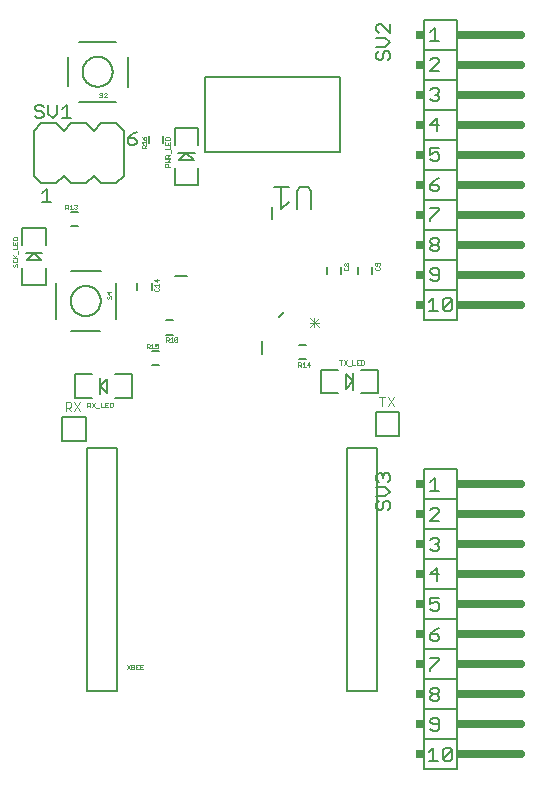
<source format=gto>
G75*
%MOIN*%
%OFA0B0*%
%FSLAX25Y25*%
%IPPOS*%
%LPD*%
%AMOC8*
5,1,8,0,0,1.08239X$1,22.5*
%
%ADD10C,0.00600*%
%ADD11C,0.00100*%
%ADD12C,0.00800*%
%ADD13C,0.00500*%
%ADD14C,0.00300*%
%ADD15C,0.02600*%
%ADD16R,0.03000X0.02600*%
%ADD17R,0.02600X0.02600*%
D10*
X0415184Y0186295D02*
X0417546Y0186295D01*
X0417546Y0191020D02*
X0415184Y0191020D01*
X0415440Y0200469D02*
X0412940Y0202969D01*
X0410440Y0200469D01*
X0405440Y0200469D01*
X0402940Y0202969D01*
X0402940Y0217969D01*
X0405440Y0220469D01*
X0410440Y0220469D01*
X0412940Y0217969D01*
X0415440Y0220469D01*
X0420440Y0220469D01*
X0422940Y0217969D01*
X0425440Y0220469D01*
X0430440Y0220469D01*
X0432940Y0217969D01*
X0432940Y0202969D01*
X0430440Y0200469D01*
X0425440Y0200469D01*
X0422940Y0202969D01*
X0420440Y0200469D01*
X0415440Y0200469D01*
X0441365Y0213933D02*
X0441365Y0216295D01*
X0446089Y0216295D02*
X0446089Y0213933D01*
X0482178Y0192624D02*
X0482178Y0188624D01*
X0500617Y0172594D02*
X0500617Y0170232D01*
X0505341Y0170232D02*
X0505341Y0172594D01*
X0511050Y0172673D02*
X0511050Y0170311D01*
X0515774Y0170311D02*
X0515774Y0172673D01*
X0532877Y0175075D02*
X0532877Y0165075D01*
X0543877Y0165075D01*
X0543877Y0155075D01*
X0532877Y0155075D01*
X0532877Y0165075D01*
X0543877Y0165075D02*
X0543877Y0175075D01*
X0543877Y0185075D01*
X0543877Y0195075D01*
X0543877Y0205075D01*
X0543877Y0215075D01*
X0543877Y0225075D01*
X0543877Y0235075D01*
X0543877Y0245075D01*
X0543877Y0255075D01*
X0532877Y0255075D01*
X0532877Y0245075D01*
X0532877Y0235075D01*
X0543877Y0235075D01*
X0532877Y0235075D02*
X0532877Y0225075D01*
X0543877Y0225075D01*
X0532877Y0225075D02*
X0532877Y0215075D01*
X0543877Y0215075D01*
X0532877Y0215075D02*
X0532877Y0205075D01*
X0543877Y0205075D01*
X0532877Y0205075D02*
X0532877Y0195075D01*
X0532877Y0185075D01*
X0543877Y0185075D01*
X0532877Y0185075D02*
X0532877Y0175075D01*
X0543877Y0175075D01*
X0543877Y0195075D02*
X0532877Y0195075D01*
X0486378Y0157724D02*
X0484778Y0156124D01*
X0478978Y0147824D02*
X0478978Y0143724D01*
X0491207Y0141807D02*
X0493570Y0141807D01*
X0493570Y0146531D02*
X0491207Y0146531D01*
X0449396Y0150075D02*
X0447034Y0150075D01*
X0447034Y0154799D02*
X0449396Y0154799D01*
X0442152Y0164799D02*
X0442152Y0167161D01*
X0437428Y0167161D02*
X0437428Y0164799D01*
X0449878Y0169724D02*
X0453878Y0169724D01*
X0444633Y0144563D02*
X0442270Y0144563D01*
X0442270Y0139839D02*
X0444633Y0139839D01*
X0532877Y0105193D02*
X0543877Y0105193D01*
X0543877Y0095193D01*
X0543877Y0085193D01*
X0532877Y0085193D01*
X0532877Y0095193D01*
X0532877Y0105193D01*
X0532877Y0095193D02*
X0543877Y0095193D01*
X0543877Y0085193D02*
X0543877Y0075193D01*
X0543877Y0065193D01*
X0543877Y0055193D01*
X0532877Y0055193D01*
X0532877Y0065193D01*
X0532877Y0075193D01*
X0532877Y0085193D01*
X0532877Y0075193D02*
X0543877Y0075193D01*
X0543877Y0065193D02*
X0532877Y0065193D01*
X0532877Y0055193D02*
X0532877Y0045193D01*
X0532877Y0035193D01*
X0543877Y0035193D01*
X0543877Y0045193D01*
X0543877Y0055193D01*
X0543877Y0045193D02*
X0532877Y0045193D01*
X0532877Y0035193D02*
X0532877Y0025193D01*
X0543877Y0025193D01*
X0543877Y0035193D01*
X0543877Y0025193D02*
X0543877Y0015193D01*
X0543877Y0005193D01*
X0532877Y0005193D01*
X0532877Y0015193D01*
X0532877Y0025193D01*
X0532877Y0015193D02*
X0543877Y0015193D01*
X0543877Y0245075D02*
X0532877Y0245075D01*
D11*
X0396217Y0172688D02*
X0395967Y0172938D01*
X0395967Y0173438D01*
X0396217Y0173689D01*
X0396217Y0174161D02*
X0397218Y0174161D01*
X0397468Y0174411D01*
X0397468Y0174912D01*
X0397218Y0175162D01*
X0396968Y0175634D02*
X0395967Y0176635D01*
X0395967Y0175634D02*
X0397468Y0175634D01*
X0396718Y0175885D02*
X0397468Y0176635D01*
X0397719Y0177108D02*
X0397719Y0178108D01*
X0397468Y0178581D02*
X0397468Y0179582D01*
X0397468Y0180054D02*
X0397468Y0181055D01*
X0397468Y0181527D02*
X0397468Y0182278D01*
X0397218Y0182528D01*
X0396217Y0182528D01*
X0395967Y0182278D01*
X0395967Y0181527D01*
X0397468Y0181527D01*
X0396718Y0180554D02*
X0396718Y0180054D01*
X0397468Y0180054D02*
X0395967Y0180054D01*
X0395967Y0181055D01*
X0395967Y0178581D02*
X0397468Y0178581D01*
X0396217Y0175162D02*
X0395967Y0174912D01*
X0395967Y0174411D01*
X0396217Y0174161D01*
X0396718Y0173438D02*
X0396968Y0173689D01*
X0397218Y0173689D01*
X0397468Y0173438D01*
X0397468Y0172938D01*
X0397218Y0172688D01*
X0396718Y0172938D02*
X0396718Y0173438D01*
X0396718Y0172938D02*
X0396468Y0172688D01*
X0396217Y0172688D01*
X0427272Y0164162D02*
X0428022Y0163411D01*
X0428022Y0164412D01*
X0427272Y0164162D02*
X0428773Y0164162D01*
X0428523Y0162939D02*
X0428773Y0162689D01*
X0428773Y0162188D01*
X0428523Y0161938D01*
X0428022Y0162188D02*
X0427772Y0161938D01*
X0427522Y0161938D01*
X0427272Y0162188D01*
X0427272Y0162689D01*
X0427522Y0162939D01*
X0428022Y0162689D02*
X0428273Y0162939D01*
X0428523Y0162939D01*
X0428022Y0162689D02*
X0428022Y0162188D01*
X0443089Y0164861D02*
X0443339Y0164611D01*
X0444340Y0164611D01*
X0444590Y0164861D01*
X0444590Y0165361D01*
X0444340Y0165611D01*
X0444590Y0166084D02*
X0444590Y0167085D01*
X0444590Y0166584D02*
X0443089Y0166584D01*
X0443589Y0166084D01*
X0443339Y0165611D02*
X0443089Y0165361D01*
X0443089Y0164861D01*
X0443839Y0167557D02*
X0443839Y0168558D01*
X0443089Y0168308D02*
X0444590Y0168308D01*
X0443839Y0167557D02*
X0443089Y0168308D01*
X0446845Y0149138D02*
X0447596Y0149138D01*
X0447846Y0148888D01*
X0447846Y0148388D01*
X0447596Y0148137D01*
X0446845Y0148137D01*
X0446845Y0147637D02*
X0446845Y0149138D01*
X0447346Y0148137D02*
X0447846Y0147637D01*
X0448319Y0147637D02*
X0449320Y0147637D01*
X0448819Y0147637D02*
X0448819Y0149138D01*
X0448319Y0148638D01*
X0449792Y0148888D02*
X0450042Y0149138D01*
X0450543Y0149138D01*
X0450793Y0148888D01*
X0449792Y0147887D01*
X0450042Y0147637D01*
X0450543Y0147637D01*
X0450793Y0147887D01*
X0450793Y0148888D01*
X0449792Y0148888D02*
X0449792Y0147887D01*
X0444449Y0147002D02*
X0443448Y0147002D01*
X0443448Y0146251D01*
X0443948Y0146502D01*
X0444199Y0146502D01*
X0444449Y0146251D01*
X0444449Y0145751D01*
X0444199Y0145501D01*
X0443698Y0145501D01*
X0443448Y0145751D01*
X0442976Y0145501D02*
X0441975Y0145501D01*
X0441502Y0145501D02*
X0441002Y0146001D01*
X0441252Y0146001D02*
X0440501Y0146001D01*
X0440501Y0145501D02*
X0440501Y0147002D01*
X0441252Y0147002D01*
X0441502Y0146752D01*
X0441502Y0146251D01*
X0441252Y0146001D01*
X0441975Y0146502D02*
X0442475Y0147002D01*
X0442475Y0145501D01*
X0428917Y0127439D02*
X0428166Y0127439D01*
X0428166Y0125938D01*
X0428917Y0125938D01*
X0429167Y0126188D01*
X0429167Y0127189D01*
X0428917Y0127439D01*
X0427694Y0127439D02*
X0426693Y0127439D01*
X0426693Y0125938D01*
X0427694Y0125938D01*
X0427193Y0126689D02*
X0426693Y0126689D01*
X0426220Y0125938D02*
X0425219Y0125938D01*
X0425219Y0127439D01*
X0424747Y0125688D02*
X0423746Y0125688D01*
X0423274Y0125938D02*
X0422273Y0127439D01*
X0421801Y0127189D02*
X0421550Y0127439D01*
X0420800Y0127439D01*
X0420800Y0125938D01*
X0420800Y0126439D02*
X0421550Y0126439D01*
X0421801Y0126689D01*
X0421801Y0127189D01*
X0421300Y0126439D02*
X0421801Y0125938D01*
X0422273Y0125938D02*
X0423274Y0127439D01*
X0491019Y0139369D02*
X0491019Y0140871D01*
X0491769Y0140871D01*
X0492020Y0140620D01*
X0492020Y0140120D01*
X0491769Y0139870D01*
X0491019Y0139870D01*
X0491519Y0139870D02*
X0492020Y0139369D01*
X0492492Y0139369D02*
X0493493Y0139369D01*
X0492992Y0139369D02*
X0492992Y0140871D01*
X0492492Y0140370D01*
X0493965Y0140120D02*
X0494966Y0140120D01*
X0494716Y0140871D02*
X0493965Y0140120D01*
X0494716Y0139369D02*
X0494716Y0140871D01*
X0504686Y0141536D02*
X0505687Y0141536D01*
X0506160Y0141536D02*
X0507161Y0140034D01*
X0507633Y0139784D02*
X0508634Y0139784D01*
X0509106Y0140034D02*
X0510107Y0140034D01*
X0510579Y0140034D02*
X0511580Y0140034D01*
X0512053Y0140034D02*
X0512803Y0140034D01*
X0513054Y0140284D01*
X0513054Y0141285D01*
X0512803Y0141536D01*
X0512053Y0141536D01*
X0512053Y0140034D01*
X0511080Y0140785D02*
X0510579Y0140785D01*
X0510579Y0141536D02*
X0510579Y0140034D01*
X0509106Y0140034D02*
X0509106Y0141536D01*
X0510579Y0141536D02*
X0511580Y0141536D01*
X0507161Y0141536D02*
X0506160Y0140034D01*
X0505187Y0140034D02*
X0505187Y0141536D01*
X0506528Y0171517D02*
X0507529Y0171517D01*
X0507779Y0171767D01*
X0507779Y0172268D01*
X0507529Y0172518D01*
X0507529Y0172990D02*
X0507279Y0172990D01*
X0507028Y0173240D01*
X0507028Y0173741D01*
X0507279Y0173991D01*
X0507529Y0173991D01*
X0507779Y0173741D01*
X0507779Y0173240D01*
X0507529Y0172990D01*
X0507028Y0173240D02*
X0506778Y0172990D01*
X0506528Y0172990D01*
X0506278Y0173240D01*
X0506278Y0173741D01*
X0506528Y0173991D01*
X0506778Y0173991D01*
X0507028Y0173741D01*
X0506528Y0172518D02*
X0506278Y0172268D01*
X0506278Y0171767D01*
X0506528Y0171517D01*
X0516711Y0171846D02*
X0516961Y0171596D01*
X0517962Y0171596D01*
X0518212Y0171846D01*
X0518212Y0172346D01*
X0517962Y0172596D01*
X0517962Y0173069D02*
X0518212Y0173319D01*
X0518212Y0173820D01*
X0517962Y0174070D01*
X0516961Y0174070D01*
X0516711Y0173820D01*
X0516711Y0173319D01*
X0516961Y0173069D01*
X0517211Y0173069D01*
X0517461Y0173319D01*
X0517461Y0174070D01*
X0516961Y0172596D02*
X0516711Y0172346D01*
X0516711Y0171846D01*
X0448256Y0206074D02*
X0446754Y0206074D01*
X0446754Y0206824D01*
X0447005Y0207074D01*
X0447505Y0207074D01*
X0447755Y0206824D01*
X0447755Y0206074D01*
X0448256Y0207547D02*
X0447755Y0208047D01*
X0448256Y0208548D01*
X0446754Y0208548D01*
X0446754Y0209020D02*
X0446754Y0209771D01*
X0447005Y0210021D01*
X0447505Y0210021D01*
X0447755Y0209771D01*
X0447755Y0209020D01*
X0447755Y0209521D02*
X0448256Y0210021D01*
X0448506Y0210493D02*
X0448506Y0211494D01*
X0448256Y0211967D02*
X0448256Y0212967D01*
X0448256Y0213440D02*
X0448256Y0214441D01*
X0448256Y0214913D02*
X0448256Y0215664D01*
X0448006Y0215914D01*
X0447005Y0215914D01*
X0446754Y0215664D01*
X0446754Y0214913D01*
X0448256Y0214913D01*
X0447505Y0213940D02*
X0447505Y0213440D01*
X0446754Y0213440D02*
X0448256Y0213440D01*
X0448256Y0211967D02*
X0446754Y0211967D01*
X0446754Y0213440D02*
X0446754Y0214441D01*
X0440427Y0214638D02*
X0440427Y0213637D01*
X0440427Y0213165D02*
X0439927Y0212665D01*
X0439927Y0212915D02*
X0439927Y0212164D01*
X0440427Y0212164D02*
X0438926Y0212164D01*
X0438926Y0212915D01*
X0439176Y0213165D01*
X0439676Y0213165D01*
X0439927Y0212915D01*
X0439426Y0213637D02*
X0438926Y0214138D01*
X0440427Y0214138D01*
X0440177Y0215111D02*
X0440427Y0215361D01*
X0440427Y0215861D01*
X0440177Y0216112D01*
X0439927Y0216112D01*
X0439676Y0215861D01*
X0439676Y0215111D01*
X0440177Y0215111D01*
X0439676Y0215111D02*
X0439176Y0215611D01*
X0438926Y0216112D01*
X0446754Y0209020D02*
X0448256Y0209020D01*
X0448256Y0207547D02*
X0446754Y0207547D01*
X0417362Y0193209D02*
X0417362Y0192958D01*
X0417112Y0192708D01*
X0417362Y0192458D01*
X0417362Y0192208D01*
X0417112Y0191957D01*
X0416612Y0191957D01*
X0416361Y0192208D01*
X0415889Y0191957D02*
X0414888Y0191957D01*
X0414416Y0191957D02*
X0413915Y0192458D01*
X0414165Y0192458D02*
X0413415Y0192458D01*
X0413415Y0191957D02*
X0413415Y0193459D01*
X0414165Y0193459D01*
X0414416Y0193209D01*
X0414416Y0192708D01*
X0414165Y0192458D01*
X0414888Y0192958D02*
X0415388Y0193459D01*
X0415388Y0191957D01*
X0416361Y0193209D02*
X0416612Y0193459D01*
X0417112Y0193459D01*
X0417362Y0193209D01*
X0417112Y0192708D02*
X0416862Y0192708D01*
X0425014Y0229202D02*
X0424764Y0229452D01*
X0425014Y0229202D02*
X0425514Y0229202D01*
X0425764Y0229452D01*
X0425764Y0229702D01*
X0425514Y0229953D01*
X0425014Y0229953D01*
X0424764Y0230203D01*
X0424764Y0230453D01*
X0425014Y0230703D01*
X0425514Y0230703D01*
X0425764Y0230453D01*
X0426237Y0230453D02*
X0426487Y0230703D01*
X0426987Y0230703D01*
X0427238Y0230453D01*
X0427238Y0230203D01*
X0426237Y0229202D01*
X0427238Y0229202D01*
X0433974Y0040051D02*
X0434975Y0038550D01*
X0435447Y0038550D02*
X0436198Y0038550D01*
X0436448Y0038800D01*
X0436448Y0039050D01*
X0436198Y0039301D01*
X0435447Y0039301D01*
X0435447Y0040051D02*
X0436198Y0040051D01*
X0436448Y0039801D01*
X0436448Y0039551D01*
X0436198Y0039301D01*
X0436920Y0039301D02*
X0437421Y0039301D01*
X0437921Y0040051D02*
X0436920Y0040051D01*
X0436920Y0038550D01*
X0437921Y0038550D01*
X0438394Y0038550D02*
X0439394Y0038550D01*
X0438894Y0039301D02*
X0438394Y0039301D01*
X0438394Y0040051D02*
X0438394Y0038550D01*
X0438394Y0040051D02*
X0439394Y0040051D01*
X0435447Y0040051D02*
X0435447Y0038550D01*
X0433974Y0038550D02*
X0434975Y0040051D01*
D12*
X0430538Y0031453D02*
X0420696Y0031453D01*
X0420696Y0112161D01*
X0430538Y0112161D01*
X0430538Y0031453D01*
X0507310Y0031453D02*
X0507310Y0112161D01*
X0517152Y0112161D01*
X0517152Y0031453D01*
X0507310Y0031453D01*
X0435538Y0129051D02*
X0430026Y0129051D01*
X0427270Y0130626D02*
X0424908Y0132988D01*
X0427270Y0135350D01*
X0427270Y0130626D01*
X0424908Y0130232D02*
X0424908Y0132988D01*
X0424908Y0135744D01*
X0422152Y0136925D02*
X0416640Y0136925D01*
X0416640Y0129051D01*
X0422152Y0129051D01*
X0435538Y0129051D02*
X0435538Y0136925D01*
X0430026Y0136925D01*
X0425105Y0151335D02*
X0415341Y0151335D01*
X0410223Y0155272D02*
X0410223Y0167398D01*
X0406955Y0166689D02*
X0406955Y0172201D01*
X0405381Y0174957D02*
X0403018Y0177319D01*
X0400656Y0174957D01*
X0405381Y0174957D01*
X0405774Y0177319D02*
X0403018Y0177319D01*
X0400262Y0177319D01*
X0399081Y0180075D02*
X0399081Y0185587D01*
X0406955Y0185587D01*
X0406955Y0180075D01*
X0399081Y0172201D02*
X0399081Y0166689D01*
X0406955Y0166689D01*
X0415341Y0171335D02*
X0425223Y0171335D01*
X0430223Y0167398D02*
X0430223Y0155272D01*
X0415223Y0161335D02*
X0415225Y0161476D01*
X0415231Y0161617D01*
X0415241Y0161757D01*
X0415255Y0161897D01*
X0415273Y0162037D01*
X0415294Y0162176D01*
X0415320Y0162315D01*
X0415349Y0162453D01*
X0415383Y0162589D01*
X0415420Y0162725D01*
X0415461Y0162860D01*
X0415506Y0162994D01*
X0415555Y0163126D01*
X0415607Y0163257D01*
X0415663Y0163386D01*
X0415723Y0163513D01*
X0415786Y0163639D01*
X0415852Y0163763D01*
X0415923Y0163886D01*
X0415996Y0164006D01*
X0416073Y0164124D01*
X0416153Y0164240D01*
X0416237Y0164353D01*
X0416323Y0164464D01*
X0416413Y0164573D01*
X0416506Y0164679D01*
X0416601Y0164782D01*
X0416700Y0164883D01*
X0416801Y0164981D01*
X0416905Y0165076D01*
X0417012Y0165168D01*
X0417121Y0165257D01*
X0417233Y0165342D01*
X0417347Y0165425D01*
X0417463Y0165505D01*
X0417582Y0165581D01*
X0417703Y0165653D01*
X0417825Y0165723D01*
X0417950Y0165788D01*
X0418076Y0165851D01*
X0418204Y0165909D01*
X0418334Y0165964D01*
X0418465Y0166016D01*
X0418598Y0166063D01*
X0418732Y0166107D01*
X0418867Y0166148D01*
X0419003Y0166184D01*
X0419140Y0166216D01*
X0419278Y0166245D01*
X0419416Y0166270D01*
X0419556Y0166290D01*
X0419696Y0166307D01*
X0419836Y0166320D01*
X0419977Y0166329D01*
X0420117Y0166334D01*
X0420258Y0166335D01*
X0420399Y0166332D01*
X0420540Y0166325D01*
X0420680Y0166314D01*
X0420820Y0166299D01*
X0420960Y0166280D01*
X0421099Y0166258D01*
X0421237Y0166231D01*
X0421375Y0166201D01*
X0421511Y0166166D01*
X0421647Y0166128D01*
X0421781Y0166086D01*
X0421915Y0166040D01*
X0422047Y0165991D01*
X0422177Y0165937D01*
X0422306Y0165880D01*
X0422433Y0165820D01*
X0422559Y0165756D01*
X0422682Y0165688D01*
X0422804Y0165617D01*
X0422924Y0165543D01*
X0423041Y0165465D01*
X0423156Y0165384D01*
X0423269Y0165300D01*
X0423380Y0165213D01*
X0423488Y0165122D01*
X0423593Y0165029D01*
X0423696Y0164932D01*
X0423796Y0164833D01*
X0423893Y0164731D01*
X0423987Y0164626D01*
X0424078Y0164519D01*
X0424166Y0164409D01*
X0424251Y0164297D01*
X0424333Y0164182D01*
X0424412Y0164065D01*
X0424487Y0163946D01*
X0424559Y0163825D01*
X0424627Y0163702D01*
X0424692Y0163577D01*
X0424754Y0163450D01*
X0424811Y0163321D01*
X0424866Y0163191D01*
X0424916Y0163060D01*
X0424963Y0162927D01*
X0425006Y0162793D01*
X0425045Y0162657D01*
X0425080Y0162521D01*
X0425112Y0162384D01*
X0425139Y0162246D01*
X0425163Y0162107D01*
X0425183Y0161967D01*
X0425199Y0161827D01*
X0425211Y0161687D01*
X0425219Y0161546D01*
X0425223Y0161405D01*
X0425223Y0161265D01*
X0425219Y0161124D01*
X0425211Y0160983D01*
X0425199Y0160843D01*
X0425183Y0160703D01*
X0425163Y0160563D01*
X0425139Y0160424D01*
X0425112Y0160286D01*
X0425080Y0160149D01*
X0425045Y0160013D01*
X0425006Y0159877D01*
X0424963Y0159743D01*
X0424916Y0159610D01*
X0424866Y0159479D01*
X0424811Y0159349D01*
X0424754Y0159220D01*
X0424692Y0159093D01*
X0424627Y0158968D01*
X0424559Y0158845D01*
X0424487Y0158724D01*
X0424412Y0158605D01*
X0424333Y0158488D01*
X0424251Y0158373D01*
X0424166Y0158261D01*
X0424078Y0158151D01*
X0423987Y0158044D01*
X0423893Y0157939D01*
X0423796Y0157837D01*
X0423696Y0157738D01*
X0423593Y0157641D01*
X0423488Y0157548D01*
X0423380Y0157457D01*
X0423269Y0157370D01*
X0423156Y0157286D01*
X0423041Y0157205D01*
X0422924Y0157127D01*
X0422804Y0157053D01*
X0422682Y0156982D01*
X0422559Y0156914D01*
X0422433Y0156850D01*
X0422306Y0156790D01*
X0422177Y0156733D01*
X0422047Y0156679D01*
X0421915Y0156630D01*
X0421781Y0156584D01*
X0421647Y0156542D01*
X0421511Y0156504D01*
X0421375Y0156469D01*
X0421237Y0156439D01*
X0421099Y0156412D01*
X0420960Y0156390D01*
X0420820Y0156371D01*
X0420680Y0156356D01*
X0420540Y0156345D01*
X0420399Y0156338D01*
X0420258Y0156335D01*
X0420117Y0156336D01*
X0419977Y0156341D01*
X0419836Y0156350D01*
X0419696Y0156363D01*
X0419556Y0156380D01*
X0419416Y0156400D01*
X0419278Y0156425D01*
X0419140Y0156454D01*
X0419003Y0156486D01*
X0418867Y0156522D01*
X0418732Y0156563D01*
X0418598Y0156607D01*
X0418465Y0156654D01*
X0418334Y0156706D01*
X0418204Y0156761D01*
X0418076Y0156819D01*
X0417950Y0156882D01*
X0417825Y0156947D01*
X0417703Y0157017D01*
X0417582Y0157089D01*
X0417463Y0157165D01*
X0417347Y0157245D01*
X0417233Y0157328D01*
X0417121Y0157413D01*
X0417012Y0157502D01*
X0416905Y0157594D01*
X0416801Y0157689D01*
X0416700Y0157787D01*
X0416601Y0157888D01*
X0416506Y0157991D01*
X0416413Y0158097D01*
X0416323Y0158206D01*
X0416237Y0158317D01*
X0416153Y0158430D01*
X0416073Y0158546D01*
X0415996Y0158664D01*
X0415923Y0158784D01*
X0415852Y0158907D01*
X0415786Y0159031D01*
X0415723Y0159157D01*
X0415663Y0159284D01*
X0415607Y0159413D01*
X0415555Y0159544D01*
X0415506Y0159676D01*
X0415461Y0159810D01*
X0415420Y0159945D01*
X0415383Y0160081D01*
X0415349Y0160217D01*
X0415320Y0160355D01*
X0415294Y0160494D01*
X0415273Y0160633D01*
X0415255Y0160773D01*
X0415241Y0160913D01*
X0415231Y0161053D01*
X0415225Y0161194D01*
X0415223Y0161335D01*
X0485459Y0191818D02*
X0485459Y0199224D01*
X0487928Y0199224D02*
X0482990Y0199224D01*
X0487928Y0194287D02*
X0485459Y0191818D01*
X0490541Y0191818D02*
X0490541Y0197990D01*
X0491775Y0199224D01*
X0494244Y0199224D01*
X0495478Y0197990D01*
X0495478Y0191818D01*
X0457743Y0200075D02*
X0457743Y0205587D01*
X0456168Y0208343D02*
X0453806Y0210705D01*
X0451444Y0208343D01*
X0456168Y0208343D01*
X0456562Y0210705D02*
X0453806Y0210705D01*
X0451050Y0210705D01*
X0449869Y0213461D02*
X0449869Y0218972D01*
X0457743Y0218972D01*
X0457743Y0213461D01*
X0449869Y0205587D02*
X0449869Y0200075D01*
X0457743Y0200075D01*
X0430223Y0227752D02*
X0418097Y0227752D01*
X0414160Y0232870D02*
X0414160Y0242634D01*
X0419160Y0237752D02*
X0419162Y0237893D01*
X0419168Y0238034D01*
X0419178Y0238174D01*
X0419192Y0238314D01*
X0419210Y0238454D01*
X0419231Y0238593D01*
X0419257Y0238732D01*
X0419286Y0238870D01*
X0419320Y0239006D01*
X0419357Y0239142D01*
X0419398Y0239277D01*
X0419443Y0239411D01*
X0419492Y0239543D01*
X0419544Y0239674D01*
X0419600Y0239803D01*
X0419660Y0239930D01*
X0419723Y0240056D01*
X0419789Y0240180D01*
X0419860Y0240303D01*
X0419933Y0240423D01*
X0420010Y0240541D01*
X0420090Y0240657D01*
X0420174Y0240770D01*
X0420260Y0240881D01*
X0420350Y0240990D01*
X0420443Y0241096D01*
X0420538Y0241199D01*
X0420637Y0241300D01*
X0420738Y0241398D01*
X0420842Y0241493D01*
X0420949Y0241585D01*
X0421058Y0241674D01*
X0421170Y0241759D01*
X0421284Y0241842D01*
X0421400Y0241922D01*
X0421519Y0241998D01*
X0421640Y0242070D01*
X0421762Y0242140D01*
X0421887Y0242205D01*
X0422013Y0242268D01*
X0422141Y0242326D01*
X0422271Y0242381D01*
X0422402Y0242433D01*
X0422535Y0242480D01*
X0422669Y0242524D01*
X0422804Y0242565D01*
X0422940Y0242601D01*
X0423077Y0242633D01*
X0423215Y0242662D01*
X0423353Y0242687D01*
X0423493Y0242707D01*
X0423633Y0242724D01*
X0423773Y0242737D01*
X0423914Y0242746D01*
X0424054Y0242751D01*
X0424195Y0242752D01*
X0424336Y0242749D01*
X0424477Y0242742D01*
X0424617Y0242731D01*
X0424757Y0242716D01*
X0424897Y0242697D01*
X0425036Y0242675D01*
X0425174Y0242648D01*
X0425312Y0242618D01*
X0425448Y0242583D01*
X0425584Y0242545D01*
X0425718Y0242503D01*
X0425852Y0242457D01*
X0425984Y0242408D01*
X0426114Y0242354D01*
X0426243Y0242297D01*
X0426370Y0242237D01*
X0426496Y0242173D01*
X0426619Y0242105D01*
X0426741Y0242034D01*
X0426861Y0241960D01*
X0426978Y0241882D01*
X0427093Y0241801D01*
X0427206Y0241717D01*
X0427317Y0241630D01*
X0427425Y0241539D01*
X0427530Y0241446D01*
X0427633Y0241349D01*
X0427733Y0241250D01*
X0427830Y0241148D01*
X0427924Y0241043D01*
X0428015Y0240936D01*
X0428103Y0240826D01*
X0428188Y0240714D01*
X0428270Y0240599D01*
X0428349Y0240482D01*
X0428424Y0240363D01*
X0428496Y0240242D01*
X0428564Y0240119D01*
X0428629Y0239994D01*
X0428691Y0239867D01*
X0428748Y0239738D01*
X0428803Y0239608D01*
X0428853Y0239477D01*
X0428900Y0239344D01*
X0428943Y0239210D01*
X0428982Y0239074D01*
X0429017Y0238938D01*
X0429049Y0238801D01*
X0429076Y0238663D01*
X0429100Y0238524D01*
X0429120Y0238384D01*
X0429136Y0238244D01*
X0429148Y0238104D01*
X0429156Y0237963D01*
X0429160Y0237822D01*
X0429160Y0237682D01*
X0429156Y0237541D01*
X0429148Y0237400D01*
X0429136Y0237260D01*
X0429120Y0237120D01*
X0429100Y0236980D01*
X0429076Y0236841D01*
X0429049Y0236703D01*
X0429017Y0236566D01*
X0428982Y0236430D01*
X0428943Y0236294D01*
X0428900Y0236160D01*
X0428853Y0236027D01*
X0428803Y0235896D01*
X0428748Y0235766D01*
X0428691Y0235637D01*
X0428629Y0235510D01*
X0428564Y0235385D01*
X0428496Y0235262D01*
X0428424Y0235141D01*
X0428349Y0235022D01*
X0428270Y0234905D01*
X0428188Y0234790D01*
X0428103Y0234678D01*
X0428015Y0234568D01*
X0427924Y0234461D01*
X0427830Y0234356D01*
X0427733Y0234254D01*
X0427633Y0234155D01*
X0427530Y0234058D01*
X0427425Y0233965D01*
X0427317Y0233874D01*
X0427206Y0233787D01*
X0427093Y0233703D01*
X0426978Y0233622D01*
X0426861Y0233544D01*
X0426741Y0233470D01*
X0426619Y0233399D01*
X0426496Y0233331D01*
X0426370Y0233267D01*
X0426243Y0233207D01*
X0426114Y0233150D01*
X0425984Y0233096D01*
X0425852Y0233047D01*
X0425718Y0233001D01*
X0425584Y0232959D01*
X0425448Y0232921D01*
X0425312Y0232886D01*
X0425174Y0232856D01*
X0425036Y0232829D01*
X0424897Y0232807D01*
X0424757Y0232788D01*
X0424617Y0232773D01*
X0424477Y0232762D01*
X0424336Y0232755D01*
X0424195Y0232752D01*
X0424054Y0232753D01*
X0423914Y0232758D01*
X0423773Y0232767D01*
X0423633Y0232780D01*
X0423493Y0232797D01*
X0423353Y0232817D01*
X0423215Y0232842D01*
X0423077Y0232871D01*
X0422940Y0232903D01*
X0422804Y0232939D01*
X0422669Y0232980D01*
X0422535Y0233024D01*
X0422402Y0233071D01*
X0422271Y0233123D01*
X0422141Y0233178D01*
X0422013Y0233236D01*
X0421887Y0233299D01*
X0421762Y0233364D01*
X0421640Y0233434D01*
X0421519Y0233506D01*
X0421400Y0233582D01*
X0421284Y0233662D01*
X0421170Y0233745D01*
X0421058Y0233830D01*
X0420949Y0233919D01*
X0420842Y0234011D01*
X0420738Y0234106D01*
X0420637Y0234204D01*
X0420538Y0234305D01*
X0420443Y0234408D01*
X0420350Y0234514D01*
X0420260Y0234623D01*
X0420174Y0234734D01*
X0420090Y0234847D01*
X0420010Y0234963D01*
X0419933Y0235081D01*
X0419860Y0235201D01*
X0419789Y0235324D01*
X0419723Y0235448D01*
X0419660Y0235574D01*
X0419600Y0235701D01*
X0419544Y0235830D01*
X0419492Y0235961D01*
X0419443Y0236093D01*
X0419398Y0236227D01*
X0419357Y0236362D01*
X0419320Y0236498D01*
X0419286Y0236634D01*
X0419257Y0236772D01*
X0419231Y0236911D01*
X0419210Y0237050D01*
X0419192Y0237190D01*
X0419178Y0237330D01*
X0419168Y0237470D01*
X0419162Y0237611D01*
X0419160Y0237752D01*
X0434160Y0242634D02*
X0434160Y0232752D01*
X0430223Y0247752D02*
X0418097Y0247752D01*
X0498688Y0138421D02*
X0498688Y0130547D01*
X0504199Y0130547D01*
X0506955Y0132122D02*
X0509318Y0134484D01*
X0506955Y0136846D01*
X0506955Y0132122D01*
X0509318Y0131728D02*
X0509318Y0134484D01*
X0509318Y0137240D01*
X0512073Y0138421D02*
X0517585Y0138421D01*
X0517585Y0130547D01*
X0512073Y0130547D01*
X0504199Y0138421D02*
X0498688Y0138421D01*
D13*
X0516916Y0124169D02*
X0524790Y0124169D01*
X0524790Y0116295D01*
X0516916Y0116295D01*
X0516916Y0124169D01*
X0517873Y0103842D02*
X0518624Y0103842D01*
X0519375Y0103091D01*
X0520125Y0103842D01*
X0520876Y0103842D01*
X0521627Y0103091D01*
X0521627Y0101590D01*
X0520876Y0100839D01*
X0520125Y0099238D02*
X0517123Y0099238D01*
X0517873Y0100839D02*
X0517123Y0101590D01*
X0517123Y0103091D01*
X0517873Y0103842D01*
X0519375Y0103091D02*
X0519375Y0102340D01*
X0520125Y0099238D02*
X0521627Y0097736D01*
X0520125Y0096235D01*
X0517123Y0096235D01*
X0517873Y0094634D02*
X0517123Y0093883D01*
X0517123Y0092382D01*
X0517873Y0091631D01*
X0518624Y0091631D01*
X0519375Y0092382D01*
X0519375Y0093883D01*
X0520125Y0094634D01*
X0520876Y0094634D01*
X0521627Y0093883D01*
X0521627Y0092382D01*
X0520876Y0091631D01*
X0535127Y0091696D02*
X0535877Y0092447D01*
X0537379Y0092447D01*
X0538129Y0091696D01*
X0538129Y0090945D01*
X0535127Y0087943D01*
X0538129Y0087943D01*
X0537379Y0082447D02*
X0538129Y0081696D01*
X0538129Y0080945D01*
X0537379Y0080195D01*
X0538129Y0079444D01*
X0538129Y0078694D01*
X0537379Y0077943D01*
X0535877Y0077943D01*
X0535127Y0078694D01*
X0536628Y0080195D02*
X0537379Y0080195D01*
X0537379Y0082447D02*
X0535877Y0082447D01*
X0535127Y0081696D01*
X0537379Y0072447D02*
X0535127Y0070195D01*
X0538129Y0070195D01*
X0537379Y0067943D02*
X0537379Y0072447D01*
X0538129Y0062447D02*
X0535127Y0062447D01*
X0535127Y0060195D01*
X0536628Y0060945D01*
X0537379Y0060945D01*
X0538129Y0060195D01*
X0538129Y0058694D01*
X0537379Y0057943D01*
X0535877Y0057943D01*
X0535127Y0058694D01*
X0538129Y0052447D02*
X0536628Y0051696D01*
X0535127Y0050195D01*
X0537379Y0050195D01*
X0538129Y0049444D01*
X0538129Y0048694D01*
X0537379Y0047943D01*
X0535877Y0047943D01*
X0535127Y0048694D01*
X0535127Y0050195D01*
X0535127Y0042447D02*
X0538129Y0042447D01*
X0538129Y0041696D01*
X0535127Y0038694D01*
X0535127Y0037943D01*
X0535877Y0032447D02*
X0537379Y0032447D01*
X0538129Y0031696D01*
X0538129Y0030945D01*
X0537379Y0030195D01*
X0535877Y0030195D01*
X0535127Y0030945D01*
X0535127Y0031696D01*
X0535877Y0032447D01*
X0535877Y0030195D02*
X0535127Y0029444D01*
X0535127Y0028694D01*
X0535877Y0027943D01*
X0537379Y0027943D01*
X0538129Y0028694D01*
X0538129Y0029444D01*
X0537379Y0030195D01*
X0537379Y0022447D02*
X0535877Y0022447D01*
X0535127Y0021696D01*
X0535127Y0020945D01*
X0535877Y0020195D01*
X0538129Y0020195D01*
X0538129Y0018694D02*
X0538129Y0021696D01*
X0537379Y0022447D01*
X0538129Y0018694D02*
X0537379Y0017943D01*
X0535877Y0017943D01*
X0535127Y0018694D01*
X0536128Y0012447D02*
X0536128Y0007943D01*
X0534627Y0007943D02*
X0537629Y0007943D01*
X0539231Y0008694D02*
X0539981Y0007943D01*
X0541482Y0007943D01*
X0542233Y0008694D01*
X0542233Y0011696D01*
X0539231Y0008694D01*
X0539231Y0011696D01*
X0539981Y0012447D01*
X0541482Y0012447D01*
X0542233Y0011696D01*
X0536128Y0012447D02*
X0534627Y0010945D01*
X0535127Y0097943D02*
X0538129Y0097943D01*
X0536628Y0097943D02*
X0536628Y0102447D01*
X0535127Y0100945D01*
X0420223Y0114720D02*
X0420223Y0122594D01*
X0412349Y0122594D01*
X0412349Y0114720D01*
X0420223Y0114720D01*
X0534627Y0157825D02*
X0537629Y0157825D01*
X0536128Y0157825D02*
X0536128Y0162329D01*
X0534627Y0160827D01*
X0539231Y0161578D02*
X0539981Y0162329D01*
X0541482Y0162329D01*
X0542233Y0161578D01*
X0539231Y0158575D01*
X0539981Y0157825D01*
X0541482Y0157825D01*
X0542233Y0158575D01*
X0542233Y0161578D01*
X0539231Y0161578D02*
X0539231Y0158575D01*
X0537379Y0167825D02*
X0538129Y0168575D01*
X0538129Y0171578D01*
X0537379Y0172329D01*
X0535877Y0172329D01*
X0535127Y0171578D01*
X0535127Y0170827D01*
X0535877Y0170077D01*
X0538129Y0170077D01*
X0537379Y0167825D02*
X0535877Y0167825D01*
X0535127Y0168575D01*
X0535877Y0177825D02*
X0535127Y0178575D01*
X0535127Y0179326D01*
X0535877Y0180077D01*
X0537379Y0180077D01*
X0538129Y0179326D01*
X0538129Y0178575D01*
X0537379Y0177825D01*
X0535877Y0177825D01*
X0535877Y0180077D02*
X0535127Y0180827D01*
X0535127Y0181578D01*
X0535877Y0182329D01*
X0537379Y0182329D01*
X0538129Y0181578D01*
X0538129Y0180827D01*
X0537379Y0180077D01*
X0535127Y0187825D02*
X0535127Y0188575D01*
X0538129Y0191578D01*
X0538129Y0192329D01*
X0535127Y0192329D01*
X0535877Y0197825D02*
X0537379Y0197825D01*
X0538129Y0198575D01*
X0538129Y0199326D01*
X0537379Y0200077D01*
X0535127Y0200077D01*
X0535127Y0198575D01*
X0535877Y0197825D01*
X0535127Y0200077D02*
X0536628Y0201578D01*
X0538129Y0202329D01*
X0537379Y0207825D02*
X0535877Y0207825D01*
X0535127Y0208575D01*
X0535127Y0210077D02*
X0536628Y0210827D01*
X0537379Y0210827D01*
X0538129Y0210077D01*
X0538129Y0208575D01*
X0537379Y0207825D01*
X0535127Y0210077D02*
X0535127Y0212329D01*
X0538129Y0212329D01*
X0537379Y0217825D02*
X0537379Y0222329D01*
X0535127Y0220077D01*
X0538129Y0220077D01*
X0537379Y0227825D02*
X0535877Y0227825D01*
X0535127Y0228575D01*
X0536628Y0230077D02*
X0537379Y0230077D01*
X0538129Y0229326D01*
X0538129Y0228575D01*
X0537379Y0227825D01*
X0537379Y0230077D02*
X0538129Y0230827D01*
X0538129Y0231578D01*
X0537379Y0232329D01*
X0535877Y0232329D01*
X0535127Y0231578D01*
X0535127Y0237825D02*
X0538129Y0240827D01*
X0538129Y0241578D01*
X0537379Y0242329D01*
X0535877Y0242329D01*
X0535127Y0241578D01*
X0535127Y0237825D02*
X0538129Y0237825D01*
X0538129Y0247825D02*
X0535127Y0247825D01*
X0536628Y0247825D02*
X0536628Y0252329D01*
X0535127Y0250827D01*
X0521627Y0250721D02*
X0518624Y0253723D01*
X0517873Y0253723D01*
X0517123Y0252973D01*
X0517123Y0251471D01*
X0517873Y0250721D01*
X0517123Y0249119D02*
X0520125Y0249119D01*
X0521627Y0247618D01*
X0520125Y0246117D01*
X0517123Y0246117D01*
X0517873Y0244516D02*
X0517123Y0243765D01*
X0517123Y0242264D01*
X0517873Y0241513D01*
X0518624Y0241513D01*
X0519375Y0242264D01*
X0519375Y0243765D01*
X0520125Y0244516D01*
X0520876Y0244516D01*
X0521627Y0243765D01*
X0521627Y0242264D01*
X0520876Y0241513D01*
X0504888Y0236000D02*
X0504888Y0211000D01*
X0459888Y0211000D01*
X0459888Y0236000D01*
X0504888Y0236000D01*
X0521627Y0250721D02*
X0521627Y0253723D01*
X0437192Y0217722D02*
X0435691Y0216972D01*
X0434190Y0215470D01*
X0436442Y0215470D01*
X0437192Y0214720D01*
X0437192Y0213969D01*
X0436442Y0213219D01*
X0434940Y0213219D01*
X0434190Y0213969D01*
X0434190Y0215470D01*
X0415400Y0222219D02*
X0412397Y0222219D01*
X0413899Y0222219D02*
X0413899Y0226722D01*
X0412397Y0225221D01*
X0410796Y0223720D02*
X0410796Y0226722D01*
X0410796Y0223720D02*
X0409295Y0222219D01*
X0407794Y0223720D01*
X0407794Y0226722D01*
X0406192Y0225972D02*
X0405442Y0226722D01*
X0403940Y0226722D01*
X0403190Y0225972D01*
X0403190Y0225221D01*
X0403940Y0224470D01*
X0405442Y0224470D01*
X0406192Y0223720D01*
X0406192Y0222969D01*
X0405442Y0222219D01*
X0403940Y0222219D01*
X0403190Y0222969D01*
X0407191Y0198722D02*
X0405690Y0197221D01*
X0407191Y0198722D02*
X0407191Y0194219D01*
X0405690Y0194219D02*
X0408692Y0194219D01*
D14*
X0494892Y0155690D02*
X0498028Y0152554D01*
X0494892Y0155690D01*
X0494892Y0154122D02*
X0498028Y0154122D01*
X0494892Y0154122D01*
X0494892Y0152554D02*
X0498028Y0155690D01*
X0494892Y0152554D01*
X0496460Y0152554D02*
X0496460Y0155690D01*
X0496460Y0152554D01*
X0518056Y0129190D02*
X0519991Y0129190D01*
X0519024Y0129190D02*
X0519024Y0126288D01*
X0521003Y0126288D02*
X0522938Y0129190D01*
X0521003Y0129190D02*
X0522938Y0126288D01*
X0418371Y0127615D02*
X0416436Y0124713D01*
X0415425Y0124713D02*
X0414457Y0125680D01*
X0414941Y0125680D02*
X0413490Y0125680D01*
X0413490Y0124713D02*
X0413490Y0127615D01*
X0414941Y0127615D01*
X0415425Y0127132D01*
X0415425Y0126164D01*
X0414941Y0125680D01*
X0416436Y0127615D02*
X0418371Y0124713D01*
D15*
X0546877Y0100193D02*
X0565377Y0100193D01*
X0565377Y0090193D02*
X0546877Y0090193D01*
X0546877Y0080193D02*
X0565377Y0080193D01*
X0565377Y0070193D02*
X0546877Y0070193D01*
X0546877Y0060193D02*
X0565377Y0060193D01*
X0565377Y0050193D02*
X0546877Y0050193D01*
X0546877Y0040193D02*
X0565377Y0040193D01*
X0565377Y0030193D02*
X0546877Y0030193D01*
X0546877Y0020193D02*
X0565377Y0020193D01*
X0565377Y0010193D02*
X0546877Y0010193D01*
X0546877Y0160075D02*
X0565377Y0160075D01*
X0565377Y0170075D02*
X0546877Y0170075D01*
X0546877Y0180075D02*
X0565377Y0180075D01*
X0565377Y0190075D02*
X0546877Y0190075D01*
X0546877Y0200075D02*
X0565377Y0200075D01*
X0565377Y0210075D02*
X0546877Y0210075D01*
X0546877Y0220075D02*
X0565377Y0220075D01*
X0565377Y0230075D02*
X0546877Y0230075D01*
X0546877Y0240075D02*
X0565377Y0240075D01*
X0565377Y0250075D02*
X0546877Y0250075D01*
D16*
X0545377Y0250075D03*
X0545377Y0240075D03*
X0545377Y0230075D03*
X0545377Y0220075D03*
X0545377Y0210075D03*
X0545377Y0200075D03*
X0545377Y0190075D03*
X0545377Y0180075D03*
X0545377Y0170075D03*
X0545377Y0160075D03*
X0545377Y0100193D03*
X0545377Y0090193D03*
X0545377Y0080193D03*
X0545377Y0070193D03*
X0545377Y0060193D03*
X0545377Y0050193D03*
X0545377Y0040193D03*
X0545377Y0030193D03*
X0545377Y0020193D03*
X0545377Y0010193D03*
D17*
X0531577Y0010193D03*
X0531577Y0020193D03*
X0531577Y0030193D03*
X0531577Y0040193D03*
X0531577Y0050193D03*
X0531577Y0060193D03*
X0531577Y0070193D03*
X0531577Y0080193D03*
X0531577Y0090193D03*
X0531577Y0100193D03*
X0531577Y0160075D03*
X0531577Y0170075D03*
X0531577Y0180075D03*
X0531577Y0190075D03*
X0531577Y0200075D03*
X0531577Y0210075D03*
X0531577Y0220075D03*
X0531577Y0230075D03*
X0531577Y0240075D03*
X0531577Y0250075D03*
M02*

</source>
